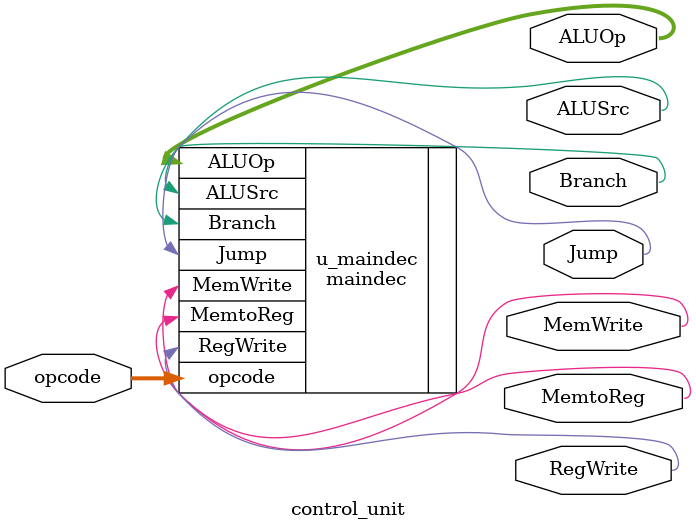
<source format=v>

module control_unit (
    input  wire [6:0] opcode,
    output wire       RegWrite,
    output wire       MemWrite,
    output wire       MemtoReg,
    output wire       Branch,
    output wire       Jump,
    output wire       ALUSrc,
    output wire [1:0] ALUOp
);

    // instantiate maindec
    maindec u_maindec (
        .opcode(opcode),
        .RegWrite(RegWrite),
        .MemWrite(MemWrite),
        .MemtoReg(MemtoReg),
        .Branch(Branch),
        .Jump(Jump),
        .ALUSrc(ALUSrc),
        .ALUOp(ALUOp)
    );

endmodule

</source>
